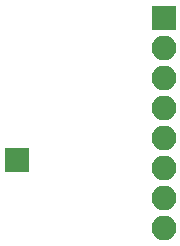
<source format=gbs>
G04 #@! TF.FileFunction,Soldermask,Bot*
%FSLAX46Y46*%
G04 Gerber Fmt 4.6, Leading zero omitted, Abs format (unit mm)*
G04 Created by KiCad (PCBNEW 4.0.5+dfsg1-4) date Sun Oct 15 17:49:37 2017*
%MOMM*%
%LPD*%
G01*
G04 APERTURE LIST*
%ADD10C,0.100000*%
%ADD11R,2.100000X2.100000*%
%ADD12O,2.100000X2.100000*%
G04 APERTURE END LIST*
D10*
D11*
X156083000Y-109601000D03*
X168529000Y-97536000D03*
D12*
X168529000Y-100076000D03*
X168529000Y-102616000D03*
X168529000Y-105156000D03*
X168529000Y-107696000D03*
X168529000Y-110236000D03*
X168529000Y-112776000D03*
X168529000Y-115316000D03*
M02*

</source>
